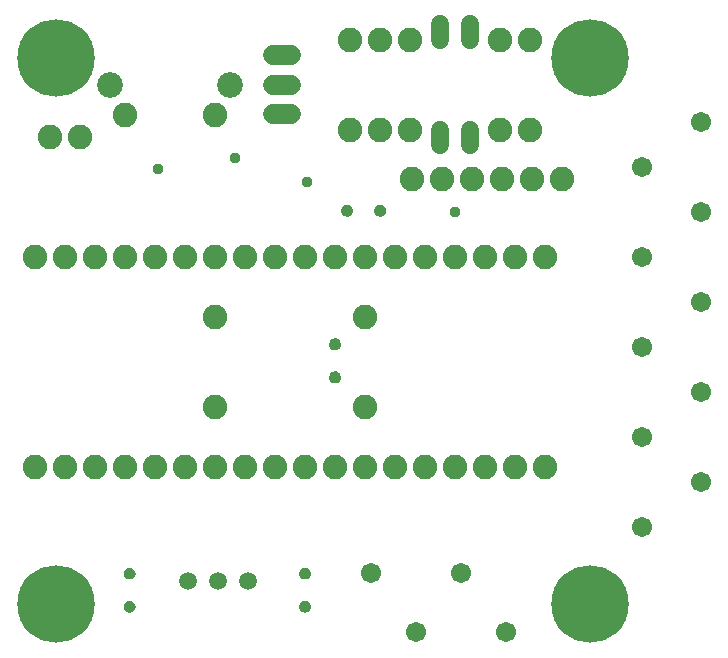
<source format=gbr>
G04 EAGLE Gerber RS-274X export*
G75*
%MOMM*%
%FSLAX34Y34*%
%LPD*%
%INSoldermask Top*%
%IPPOS*%
%AMOC8*
5,1,8,0,0,1.08239X$1,22.5*%
G01*
%ADD10C,2.184400*%
%ADD11C,2.082800*%
%ADD12C,1.524000*%
%ADD13C,1.727200*%
%ADD14C,6.553200*%
%ADD15C,1.711200*%
%ADD16C,1.511200*%
%ADD17C,0.959600*%

G36*
X292248Y264143D02*
X292248Y264143D01*
X292339Y264142D01*
X293303Y264273D01*
X293351Y264289D01*
X293440Y264308D01*
X294351Y264650D01*
X294394Y264676D01*
X294478Y264715D01*
X295289Y265252D01*
X295325Y265287D01*
X295398Y265343D01*
X296070Y266047D01*
X296098Y266089D01*
X296156Y266160D01*
X296654Y266996D01*
X296655Y266999D01*
X296657Y267001D01*
X296663Y267020D01*
X296672Y267043D01*
X296712Y267125D01*
X297012Y268051D01*
X297019Y268101D01*
X297041Y268190D01*
X297127Y269159D01*
X297123Y269206D01*
X297126Y269281D01*
X297024Y270257D01*
X297010Y270305D01*
X296994Y270395D01*
X296678Y271324D01*
X296654Y271368D01*
X296617Y271453D01*
X296103Y272288D01*
X296069Y272325D01*
X296015Y272400D01*
X295327Y273100D01*
X295286Y273129D01*
X295217Y273189D01*
X294390Y273718D01*
X294344Y273737D01*
X294263Y273781D01*
X293340Y274113D01*
X293290Y274121D01*
X293201Y274146D01*
X292227Y274264D01*
X292177Y274261D01*
X292091Y274265D01*
X291089Y274170D01*
X291040Y274156D01*
X290950Y274140D01*
X289994Y273824D01*
X289949Y273800D01*
X289865Y273765D01*
X289004Y273243D01*
X288966Y273210D01*
X288891Y273157D01*
X288167Y272457D01*
X288138Y272416D01*
X288077Y272347D01*
X287527Y271504D01*
X287507Y271458D01*
X287463Y271377D01*
X287115Y270433D01*
X287106Y270383D01*
X287081Y270295D01*
X286951Y269297D01*
X286953Y269254D01*
X286952Y269128D01*
X287091Y268117D01*
X287107Y268069D01*
X287126Y267979D01*
X287488Y267024D01*
X287514Y266981D01*
X287553Y266897D01*
X288117Y266047D01*
X288152Y266010D01*
X288209Y265938D01*
X288949Y265234D01*
X288991Y265206D01*
X289062Y265148D01*
X289940Y264627D01*
X289987Y264609D01*
X290069Y264568D01*
X291041Y264255D01*
X291091Y264248D01*
X291180Y264227D01*
X292198Y264138D01*
X292248Y264143D01*
G37*
G36*
X292248Y236152D02*
X292248Y236152D01*
X292339Y236151D01*
X293303Y236282D01*
X293351Y236298D01*
X293440Y236317D01*
X294351Y236659D01*
X294394Y236685D01*
X294478Y236724D01*
X295289Y237261D01*
X295325Y237296D01*
X295398Y237352D01*
X296070Y238056D01*
X296098Y238098D01*
X296156Y238169D01*
X296654Y239005D01*
X296655Y239008D01*
X296657Y239010D01*
X296663Y239029D01*
X296672Y239052D01*
X296712Y239134D01*
X297012Y240060D01*
X297019Y240110D01*
X297041Y240199D01*
X297127Y241168D01*
X297123Y241215D01*
X297126Y241290D01*
X297024Y242266D01*
X297010Y242314D01*
X296994Y242404D01*
X296678Y243333D01*
X296654Y243377D01*
X296617Y243462D01*
X296103Y244297D01*
X296069Y244334D01*
X296015Y244409D01*
X295327Y245109D01*
X295286Y245138D01*
X295217Y245198D01*
X294390Y245727D01*
X294344Y245746D01*
X294263Y245790D01*
X293340Y246122D01*
X293290Y246130D01*
X293201Y246155D01*
X292227Y246273D01*
X292177Y246270D01*
X292091Y246274D01*
X291089Y246179D01*
X291040Y246165D01*
X290950Y246149D01*
X289994Y245833D01*
X289949Y245809D01*
X289865Y245774D01*
X289004Y245252D01*
X288966Y245219D01*
X288891Y245166D01*
X288167Y244466D01*
X288138Y244425D01*
X288077Y244356D01*
X287527Y243513D01*
X287507Y243467D01*
X287463Y243386D01*
X287115Y242442D01*
X287106Y242392D01*
X287081Y242304D01*
X286951Y241306D01*
X286953Y241263D01*
X286952Y241137D01*
X287091Y240126D01*
X287107Y240078D01*
X287126Y239988D01*
X287488Y239033D01*
X287514Y238990D01*
X287553Y238906D01*
X288117Y238056D01*
X288152Y238019D01*
X288209Y237947D01*
X288949Y237243D01*
X288991Y237215D01*
X289062Y237157D01*
X289940Y236636D01*
X289987Y236618D01*
X290069Y236577D01*
X291041Y236264D01*
X291091Y236257D01*
X291180Y236236D01*
X292198Y236147D01*
X292248Y236152D01*
G37*
G36*
X302246Y377123D02*
X302246Y377123D01*
X302372Y377122D01*
X303383Y377261D01*
X303431Y377277D01*
X303521Y377296D01*
X304476Y377658D01*
X304519Y377684D01*
X304603Y377723D01*
X305453Y378287D01*
X305490Y378322D01*
X305562Y378379D01*
X306266Y379119D01*
X306294Y379161D01*
X306352Y379232D01*
X306873Y380110D01*
X306891Y380157D01*
X306932Y380239D01*
X307245Y381211D01*
X307252Y381261D01*
X307273Y381350D01*
X307362Y382368D01*
X307357Y382418D01*
X307358Y382509D01*
X307227Y383473D01*
X307211Y383521D01*
X307192Y383610D01*
X306850Y384521D01*
X306824Y384564D01*
X306785Y384648D01*
X306248Y385459D01*
X306213Y385495D01*
X306157Y385568D01*
X305453Y386240D01*
X305411Y386268D01*
X305340Y386326D01*
X304505Y386824D01*
X304457Y386842D01*
X304375Y386882D01*
X303450Y387182D01*
X303399Y387189D01*
X303310Y387211D01*
X302341Y387297D01*
X302294Y387293D01*
X302219Y387296D01*
X301243Y387194D01*
X301195Y387180D01*
X301105Y387164D01*
X300176Y386848D01*
X300132Y386824D01*
X300047Y386787D01*
X299212Y386273D01*
X299175Y386239D01*
X299100Y386185D01*
X298401Y385497D01*
X298371Y385456D01*
X298311Y385387D01*
X297782Y384560D01*
X297763Y384514D01*
X297719Y384433D01*
X297387Y383510D01*
X297379Y383460D01*
X297354Y383371D01*
X297236Y382397D01*
X297239Y382347D01*
X297235Y382261D01*
X297330Y381259D01*
X297344Y381210D01*
X297360Y381120D01*
X297676Y380164D01*
X297700Y380119D01*
X297736Y380035D01*
X298257Y379174D01*
X298290Y379136D01*
X298343Y379061D01*
X299043Y378337D01*
X299084Y378308D01*
X299153Y378247D01*
X299996Y377697D01*
X300042Y377677D01*
X300123Y377633D01*
X301067Y377285D01*
X301117Y377276D01*
X301205Y377251D01*
X302203Y377121D01*
X302246Y377123D01*
G37*
G36*
X330237Y377123D02*
X330237Y377123D01*
X330363Y377122D01*
X331374Y377261D01*
X331422Y377277D01*
X331512Y377296D01*
X332467Y377658D01*
X332510Y377684D01*
X332594Y377723D01*
X333444Y378287D01*
X333481Y378322D01*
X333553Y378379D01*
X334257Y379119D01*
X334285Y379161D01*
X334343Y379232D01*
X334864Y380110D01*
X334882Y380157D01*
X334923Y380239D01*
X335236Y381211D01*
X335243Y381261D01*
X335264Y381350D01*
X335353Y382368D01*
X335348Y382418D01*
X335349Y382509D01*
X335218Y383473D01*
X335202Y383521D01*
X335183Y383610D01*
X334841Y384521D01*
X334815Y384564D01*
X334776Y384648D01*
X334239Y385459D01*
X334204Y385495D01*
X334148Y385568D01*
X333444Y386240D01*
X333402Y386268D01*
X333331Y386326D01*
X332496Y386824D01*
X332448Y386842D01*
X332366Y386882D01*
X331441Y387182D01*
X331390Y387189D01*
X331301Y387211D01*
X330332Y387297D01*
X330285Y387293D01*
X330210Y387296D01*
X329234Y387194D01*
X329186Y387180D01*
X329096Y387164D01*
X328167Y386848D01*
X328123Y386824D01*
X328038Y386787D01*
X327203Y386273D01*
X327166Y386239D01*
X327091Y386185D01*
X326392Y385497D01*
X326362Y385456D01*
X326302Y385387D01*
X325773Y384560D01*
X325754Y384514D01*
X325710Y384433D01*
X325378Y383510D01*
X325370Y383460D01*
X325345Y383371D01*
X325227Y382397D01*
X325230Y382347D01*
X325226Y382261D01*
X325321Y381259D01*
X325335Y381210D01*
X325351Y381120D01*
X325667Y380164D01*
X325691Y380119D01*
X325727Y380035D01*
X326248Y379174D01*
X326281Y379136D01*
X326334Y379061D01*
X327034Y378337D01*
X327075Y378308D01*
X327144Y378247D01*
X327987Y377697D01*
X328033Y377677D01*
X328114Y377633D01*
X329058Y377285D01*
X329108Y377276D01*
X329196Y377251D01*
X330194Y377121D01*
X330237Y377123D01*
G37*
G36*
X267711Y70051D02*
X267711Y70051D01*
X267760Y70065D01*
X267850Y70081D01*
X268806Y70397D01*
X268851Y70421D01*
X268935Y70457D01*
X269796Y70978D01*
X269834Y71011D01*
X269909Y71064D01*
X270633Y71764D01*
X270662Y71805D01*
X270723Y71874D01*
X271273Y72717D01*
X271293Y72763D01*
X271337Y72844D01*
X271685Y73788D01*
X271694Y73838D01*
X271719Y73926D01*
X271849Y74924D01*
X271847Y74967D01*
X271848Y75093D01*
X271709Y76104D01*
X271693Y76152D01*
X271674Y76242D01*
X271312Y77197D01*
X271286Y77240D01*
X271248Y77324D01*
X270683Y78174D01*
X270648Y78211D01*
X270591Y78283D01*
X269852Y78987D01*
X269809Y79015D01*
X269738Y79073D01*
X268860Y79594D01*
X268813Y79612D01*
X268731Y79653D01*
X267759Y79966D01*
X267709Y79973D01*
X267620Y79994D01*
X266602Y80083D01*
X266552Y80078D01*
X266461Y80079D01*
X265497Y79948D01*
X265449Y79932D01*
X265360Y79913D01*
X264449Y79571D01*
X264406Y79545D01*
X264323Y79506D01*
X263511Y78969D01*
X263475Y78934D01*
X263402Y78878D01*
X262730Y78174D01*
X262703Y78132D01*
X262644Y78061D01*
X262146Y77226D01*
X262128Y77178D01*
X262088Y77096D01*
X261788Y76171D01*
X261781Y76120D01*
X261759Y76031D01*
X261673Y75062D01*
X261677Y75015D01*
X261674Y74940D01*
X261776Y73964D01*
X261790Y73916D01*
X261806Y73826D01*
X262122Y72897D01*
X262147Y72853D01*
X262183Y72768D01*
X262697Y71933D01*
X262731Y71896D01*
X262785Y71821D01*
X263473Y71122D01*
X263514Y71092D01*
X263583Y71032D01*
X264410Y70503D01*
X264456Y70484D01*
X264537Y70440D01*
X265460Y70108D01*
X265510Y70100D01*
X265599Y70075D01*
X266573Y69957D01*
X266623Y69960D01*
X266709Y69956D01*
X267711Y70051D01*
G37*
G36*
X119121Y70051D02*
X119121Y70051D01*
X119170Y70065D01*
X119260Y70081D01*
X120216Y70397D01*
X120261Y70421D01*
X120345Y70457D01*
X121206Y70978D01*
X121244Y71011D01*
X121319Y71064D01*
X122043Y71764D01*
X122072Y71805D01*
X122133Y71874D01*
X122683Y72717D01*
X122703Y72763D01*
X122747Y72844D01*
X123095Y73788D01*
X123104Y73838D01*
X123129Y73926D01*
X123259Y74924D01*
X123257Y74967D01*
X123258Y75093D01*
X123119Y76104D01*
X123103Y76152D01*
X123084Y76242D01*
X122722Y77197D01*
X122696Y77240D01*
X122658Y77324D01*
X122093Y78174D01*
X122058Y78211D01*
X122001Y78283D01*
X121262Y78987D01*
X121219Y79015D01*
X121148Y79073D01*
X120270Y79594D01*
X120223Y79612D01*
X120141Y79653D01*
X119169Y79966D01*
X119119Y79973D01*
X119030Y79994D01*
X118012Y80083D01*
X117962Y80078D01*
X117871Y80079D01*
X116907Y79948D01*
X116859Y79932D01*
X116770Y79913D01*
X115859Y79571D01*
X115816Y79545D01*
X115733Y79506D01*
X114921Y78969D01*
X114885Y78934D01*
X114812Y78878D01*
X114140Y78174D01*
X114113Y78132D01*
X114054Y78061D01*
X113556Y77226D01*
X113538Y77178D01*
X113498Y77096D01*
X113198Y76171D01*
X113191Y76120D01*
X113169Y76031D01*
X113083Y75062D01*
X113087Y75015D01*
X113084Y74940D01*
X113186Y73964D01*
X113200Y73916D01*
X113216Y73826D01*
X113532Y72897D01*
X113557Y72853D01*
X113593Y72768D01*
X114107Y71933D01*
X114141Y71896D01*
X114195Y71821D01*
X114883Y71122D01*
X114924Y71092D01*
X114993Y71032D01*
X115820Y70503D01*
X115866Y70484D01*
X115947Y70440D01*
X116870Y70108D01*
X116920Y70100D01*
X117009Y70075D01*
X117983Y69957D01*
X118033Y69960D01*
X118119Y69956D01*
X119121Y70051D01*
G37*
G36*
X267711Y42060D02*
X267711Y42060D01*
X267760Y42074D01*
X267850Y42090D01*
X268806Y42406D01*
X268851Y42430D01*
X268935Y42466D01*
X269796Y42987D01*
X269834Y43020D01*
X269909Y43073D01*
X270633Y43773D01*
X270662Y43814D01*
X270723Y43883D01*
X271273Y44726D01*
X271293Y44772D01*
X271337Y44853D01*
X271685Y45797D01*
X271694Y45847D01*
X271719Y45935D01*
X271849Y46933D01*
X271847Y46976D01*
X271848Y47102D01*
X271709Y48113D01*
X271693Y48161D01*
X271674Y48251D01*
X271312Y49206D01*
X271286Y49249D01*
X271248Y49333D01*
X270683Y50183D01*
X270648Y50220D01*
X270591Y50292D01*
X269852Y50996D01*
X269809Y51024D01*
X269738Y51082D01*
X268860Y51603D01*
X268813Y51621D01*
X268731Y51662D01*
X267759Y51975D01*
X267709Y51982D01*
X267620Y52003D01*
X266602Y52092D01*
X266552Y52087D01*
X266461Y52088D01*
X265497Y51957D01*
X265449Y51941D01*
X265360Y51922D01*
X264449Y51580D01*
X264406Y51554D01*
X264323Y51515D01*
X263511Y50978D01*
X263475Y50943D01*
X263402Y50887D01*
X262730Y50183D01*
X262703Y50141D01*
X262644Y50070D01*
X262146Y49235D01*
X262128Y49187D01*
X262088Y49105D01*
X261788Y48180D01*
X261781Y48129D01*
X261759Y48040D01*
X261673Y47071D01*
X261677Y47024D01*
X261674Y46949D01*
X261776Y45973D01*
X261790Y45925D01*
X261806Y45835D01*
X262122Y44906D01*
X262147Y44862D01*
X262183Y44777D01*
X262697Y43942D01*
X262731Y43905D01*
X262785Y43830D01*
X263473Y43131D01*
X263514Y43101D01*
X263583Y43041D01*
X264410Y42512D01*
X264456Y42493D01*
X264537Y42449D01*
X265460Y42117D01*
X265510Y42109D01*
X265599Y42084D01*
X266573Y41966D01*
X266623Y41969D01*
X266709Y41965D01*
X267711Y42060D01*
G37*
G36*
X119121Y42060D02*
X119121Y42060D01*
X119170Y42074D01*
X119260Y42090D01*
X120216Y42406D01*
X120261Y42430D01*
X120345Y42466D01*
X121206Y42987D01*
X121244Y43020D01*
X121319Y43073D01*
X122043Y43773D01*
X122072Y43814D01*
X122133Y43883D01*
X122683Y44726D01*
X122703Y44772D01*
X122747Y44853D01*
X123095Y45797D01*
X123104Y45847D01*
X123129Y45935D01*
X123259Y46933D01*
X123257Y46976D01*
X123258Y47102D01*
X123119Y48113D01*
X123103Y48161D01*
X123084Y48251D01*
X122722Y49206D01*
X122696Y49249D01*
X122658Y49333D01*
X122093Y50183D01*
X122058Y50220D01*
X122001Y50292D01*
X121262Y50996D01*
X121219Y51024D01*
X121148Y51082D01*
X120270Y51603D01*
X120223Y51621D01*
X120141Y51662D01*
X119169Y51975D01*
X119119Y51982D01*
X119030Y52003D01*
X118012Y52092D01*
X117962Y52087D01*
X117871Y52088D01*
X116907Y51957D01*
X116859Y51941D01*
X116770Y51922D01*
X115859Y51580D01*
X115816Y51554D01*
X115733Y51515D01*
X114921Y50978D01*
X114885Y50943D01*
X114812Y50887D01*
X114140Y50183D01*
X114113Y50141D01*
X114054Y50070D01*
X113556Y49235D01*
X113538Y49187D01*
X113498Y49105D01*
X113198Y48180D01*
X113191Y48129D01*
X113169Y48040D01*
X113083Y47071D01*
X113087Y47024D01*
X113084Y46949D01*
X113186Y45973D01*
X113200Y45925D01*
X113216Y45835D01*
X113532Y44906D01*
X113557Y44862D01*
X113593Y44777D01*
X114107Y43942D01*
X114141Y43905D01*
X114195Y43830D01*
X114883Y43131D01*
X114924Y43101D01*
X114993Y43041D01*
X115820Y42512D01*
X115866Y42493D01*
X115947Y42449D01*
X116870Y42117D01*
X116920Y42109D01*
X117009Y42084D01*
X117983Y41966D01*
X118033Y41969D01*
X118119Y41965D01*
X119121Y42060D01*
G37*
D10*
X203200Y488950D03*
X101600Y488950D03*
D11*
X355600Y527050D03*
X330200Y527050D03*
X355600Y450850D03*
X330200Y450850D03*
D12*
X406400Y527050D02*
X406400Y540258D01*
X381000Y540258D02*
X381000Y527050D01*
X381000Y450850D02*
X381000Y437642D01*
X406400Y437642D02*
X406400Y450850D01*
D11*
X431800Y450850D03*
X431800Y527050D03*
X304800Y527050D03*
X304800Y450850D03*
X114300Y463550D03*
X190500Y463550D03*
X317500Y215900D03*
X317500Y292100D03*
X457200Y527050D03*
X457200Y450850D03*
D13*
X254520Y463950D02*
X239280Y463950D01*
X239280Y488950D02*
X254520Y488950D01*
X254520Y513950D02*
X239280Y513950D01*
D14*
X55880Y511810D03*
X508000Y511810D03*
D11*
X458470Y408940D03*
X483870Y408940D03*
X407670Y408940D03*
X433070Y408940D03*
X50800Y444500D03*
X76200Y444500D03*
X382270Y408940D03*
X356870Y408940D03*
D15*
X551580Y419100D03*
X601580Y457200D03*
X601580Y381000D03*
X551580Y342900D03*
X601580Y304800D03*
X551580Y266700D03*
X601580Y228600D03*
X551580Y190500D03*
X601580Y152400D03*
X551580Y114300D03*
X360680Y25800D03*
X322580Y75800D03*
X398780Y75800D03*
X436880Y25800D03*
D11*
X190500Y215900D03*
X190500Y292100D03*
D14*
X55880Y49530D03*
X508000Y49530D03*
D16*
X218440Y68580D03*
X193040Y68580D03*
X167640Y68580D03*
D11*
X38100Y165100D03*
X63500Y165100D03*
X88900Y165100D03*
X114300Y165100D03*
X139700Y165100D03*
X165100Y165100D03*
X190500Y165100D03*
X215900Y165100D03*
X241300Y165100D03*
X266700Y165100D03*
X292100Y165100D03*
X317500Y165100D03*
X317500Y342900D03*
X292100Y342900D03*
X266700Y342900D03*
X241300Y342900D03*
X215900Y342900D03*
X190500Y342900D03*
X165100Y342900D03*
X139700Y342900D03*
X114300Y342900D03*
X88900Y342900D03*
X63500Y342900D03*
X38100Y342900D03*
X342900Y165100D03*
X368300Y165100D03*
X393700Y165100D03*
X419100Y165100D03*
X444500Y165100D03*
X469900Y165100D03*
X469900Y342900D03*
X444500Y342900D03*
X419100Y342900D03*
X393700Y342900D03*
X368300Y342900D03*
X342900Y342900D03*
D17*
X142240Y417830D03*
X393700Y381000D03*
X267970Y406400D03*
X207010Y426720D03*
M02*

</source>
